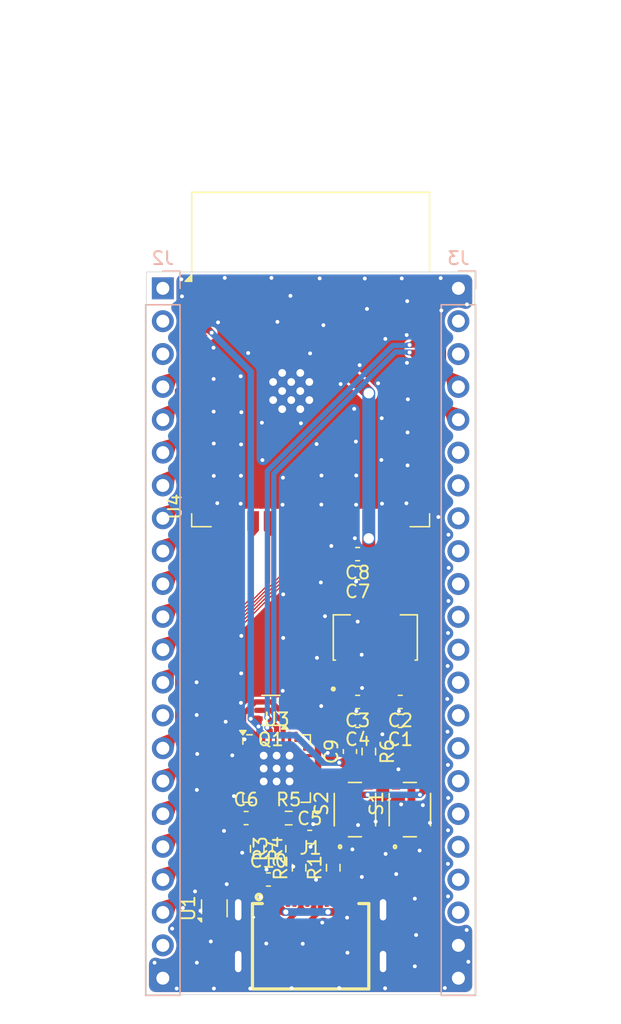
<source format=kicad_pcb>
(kicad_pcb (version 20240108) (generator "pcbnew") (generator_version "8.0")
  (layers (0 "F.Cu" signal) (31 "B.Cu" signal) (34 "B.Paste" user) (35 "F.Paste" user) (36 "B.SilkS" user "B.Silkscreen") (37 "F.SilkS" user "F.Silkscreen") (38 "B.Mask" user) (39 "F.Mask" user) (44 "Edge.Cuts" user))
  (net 0 "")
  (net 1 "VBUS")
  (net 2 "+3V3")
  (net 3 "Net-(U3-VBUS)")
  (net 4 "CHIP_PU")
  (net 5 "Net-(J1-CC1)")
  (net 6 "Net-(J1-D--PadA7)")
  (net 7 "Net-(J1-D+-PadA6)")
  (net 10 "Net-(J1-CC2)")
  (net 11 "SELECT3")
  (net 12 "TOUCH8")
  (net 13 "TOUCH7")
  (net 14 "TOUCH13")
  (net 15 "TOUCH3")
  (net 16 "TOUCH5")
  (net 21 "SELECT1")
  (net 22 "TOUCH12")
  (net 23 "TOUCH4")
  (net 24 "TOUCH11")
  (net 25 "TOUCH6")
  (net 27 "TOUCH14")
  (net 28 "TOUCH10")
  (net 29 "SELECT2")
  (net 30 "GND")
  (net 31 "SELECT4")
  (net 32 "TOUCH9")
  (net 35 "TOUCH2")
  (net 47 "TOUCH1")
  (net 52 "GPIO0")
  (net 53 "RTS")
  (net 54 "DTR")
  (net 55 "Net-(U3-~{RST})")
  (net 60 "USB_DP")
  (net 61 "USB_DN")
  (net 63 "U0RXD")
  (net 78 "U0TXD")
  (footprint "LDL1117S33R:LDL1117S33R" (layer "F.Cu") (at 194.2325 115.88 90)
    (property "Reference" "U2" (hide yes))
    (property "Value" "LDL1117S33R" (hide yes))
  )
  (footprint "SKRPACE010:SKRPACE010" (layer "F.Cu") (at 196.9075 129.205 90)
    (property "Reference" "S1")
    (property "Value" "SKRPACE010")
  )
  (footprint "Capacitor_SMD:C_0603_1608Metric_Pad1.08x0.95mm_HandSolder" (layer "F.Cu") (at 189.1625 131.32)
    (property "Reference" "C5")
    (property "Value" "C")
  )
  (footprint "Capacitor_SMD:C_0603_1608Metric_Pad1.08x0.95mm_HandSolder" (layer "F.Cu") (at 192.865 122.34 180)
    (property "Reference" "C4")
    (property "Value" "C")
  )
  (footprint "SKRPACE010:SKRPACE010" (layer "F.Cu") (at 192.6575 129.205 90)
    (property "Reference" "S2")
    (property "Value" "SKRPACE010")
  )
  (footprint "Capacitor_SMD:C_0603_1608Metric_Pad1.08x0.95mm_HandSolder" (layer "F.Cu") (at 192.865 120.88 180)
    (property "Reference" "C3")
    (property "Value" "C")
  )
  (footprint "Capacitor_SMD:C_0603_1608Metric_Pad1.08x0.95mm_HandSolder" (layer "F.Cu") (at 192.2725 124.7125 90)
    (property "Reference" "C9")
    (property "Value" "C")
  )
  (footprint "QFN-28-1EP_5x5mm_P0.5mm_EP3.35x3.35mm:QFN-28-1EP_5x5mm_P0.5mm_EP3.35x3.35mm" (layer "F.Cu") (at 186.6 126.03)
    (property "Reference" "U3")
    (property "Value" "CP2102N-Axx-xQFN28")
  )
  (footprint "Capacitor_SMD:C_0603_1608Metric_Pad1.08x0.95mm_HandSolder" (layer "F.Cu") (at 196.165 122.34 180)
    (property "Reference" "C1")
    (property "Value" "C")
  )
  (footprint "Resistor_SMD:R_0603_1608Metric_Pad0.98x0.95mm_HandSolder" (layer "F.Cu") (at 188.34 133.6975 90)
    (property "Reference" "R2")
    (property "Value" "R")
  )
  (footprint "MC-314C-4P16:USB-C-SMD_MC-314C-4P16" (layer "F.Cu") (at 189.23 138.56)
    (property "Reference" "J1")
    (property "Value" "MC-314C-4P16")
  )
  (footprint "ESP32-S3-WROOM-1:ESP32-S3-WROOM-1" (layer "F.Cu") (at 189.23 94.38)
    (property "Reference" "U4")
    (property "Value" "ESP32-S3-WROOM-1")
  )
  (footprint "Capacitor_SMD:C_0603_1608Metric_Pad1.08x0.95mm_HandSolder" (layer "F.Cu") (at 184.24 129.86)
    (property "Reference" "C6")
    (property "Value" "C")
  )
  (footprint "Capacitor_SMD:C_0603_1608Metric_Pad1.08x0.95mm_HandSolder" (layer "F.Cu") (at 196.165 120.88 180)
    (property "Reference" "C2")
    (property "Value" "C")
  )
  (footprint "Package_TO_SOT_SMD:SOT-666" (layer "F.Cu") (at 181.7825 136.84 90)
    (property "Reference" "U1")
    (property "Value" "USBLC6-2P6")
  )
  (footprint "Capacitor_SMD:C_0603_1608Metric_Pad1.08x0.95mm_HandSolder" (layer "F.Cu") (at 192.865 109.45 180)
    (property "Reference" "C8")
    (property "Value" "C")
  )
  (footprint "Resistor_SMD:R_0603_1608Metric_Pad0.98x0.95mm_HandSolder" (layer "F.Cu") (at 187.5325 129.86)
    (property "Reference" "R5")
    (property "Value" "R")
  )
  (footprint "Resistor_SMD:R_0603_1608Metric_Pad0.98x0.95mm_HandSolder" (layer "F.Cu") (at 190.98 133.6975 90)
    (property "Reference" "R1")
    (property "Value" "R")
  )
  (footprint "Capacitor_SMD:C_0603_1608Metric_Pad1.08x0.95mm_HandSolder" (layer "F.Cu") (at 185.9675 134.61)
    (property "Reference" "C10")
    (property "Value" "C")
  )
  (footprint "Package_TO_SOT_SMD:SOT-363_SC-70-6" (layer "F.Cu") (at 186.15 121.53 180)
    (property "Reference" "Q1")
    (property "Value" "UMH3N")
  )
  (footprint "Resistor_SMD:R_0603_1608Metric_Pad0.98x0.95mm_HandSolder" (layer "F.Cu") (at 186.79 132.2375 90)
    (property "Reference" "R3")
    (property "Value" "R")
  )
  (footprint "Resistor_SMD:R_0603_1608Metric_Pad0.98x0.95mm_HandSolder" (layer "F.Cu") (at 193.7325 124.7125 -90)
    (property "Reference" "R6")
    (property "Value" "R")
  )
  (footprint "Resistor_SMD:R_0603_1608Metric_Pad0.98x0.95mm_HandSolder" (layer "F.Cu") (at 185.1 132.2375 -90)
    (property "Reference" "R4")
    (property "Value" "R")
  )
  (footprint "Capacitor_SMD:C_0603_1608Metric_Pad1.08x0.95mm_HandSolder" (layer "F.Cu") (at 192.87 110.91 180)
    (property "Reference" "C7")
    (property "Value" "C")
  )
  (footprint "Connector_PinHeader_2.54mm:PinHeader_1x22_P2.54mm_Vertical" (layer "B.Cu") (at 200.66 88.9 180)
    (property "Reference" "J3")
    (property "Value" "Conn_01x22")
  )
  (footprint "Connector_PinHeader_2.54mm:PinHeader_1x22_P2.54mm_Vertical" (layer "B.Cu") (at 177.8 88.9 180)
    (property "Reference" "J2")
    (property "Value" "Conn_01x22")
  )
  (gr_rect (start 176.53 87.63) (end 201.93 143.51) (stroke (width 0.05)) (fill none) (layer "Edge.Cuts"))
  (segment (start 196.5325 120.385) (end 197.0275 120.88) (width 1) (layer "F.Cu") (net 1))
  (segment (start 191.63 136.79) (end 191.63 136.17) (width 0.6) (layer "F.Cu") (net 1))
  (segment (start 186.56 137.12) (end 187.31 137.12) (width 0.4) (layer "F.Cu") (net 1))
  (segment (start 191.63 136.17) (end 191.63 135.55) (width 0.6) (layer "F.Cu") (net 1))
  (segment (start 186.83 136.17) (end 186.83 136.79) (width 0.6) (layer "F.Cu") (net 1))
  (segment (start 186.69 136.79) (end 186.83 136.79) (width 0.4) (layer "F.Cu") (net 1))
  (segment (start 190.57 137.12) (end 191.3 137.12) (width 0.6) (layer "F.Cu") (net 1))
  (segment (start 193.5425 135.22) (end 197.0275 131.735) (width 0.6) (layer "F.Cu") (net 1))
  (segment (start 186.79 133.15) (end 186.79 134.57) (width 1) (layer "F.Cu") (net 1))
  (segment (start 186.46 137.02) (end 186.56 137.12) (width 0.4) (layer "F.Cu") (net 1))
  (segment (start 183.961371 135.55) (end 185.431371 137.02) (width 0.4) (layer "F.Cu") (net 1))
  (segment (start 181.7825 135.915) (end 181.7825 136.261946) (width 0.4) (layer "F.Cu") (net 1))
  (segment (start 182.83 136.31) (end 182.83 136.018629) (width 0.4) (layer "F.Cu") (net 1))
  (segment (start 197.0275 131.735) (end 197.0275 122.34) (width 0.6) (layer "F.Cu") (net 1))
  (segment (start 187.16 137.12) (end 187.31 137.12) (width 0.6) (layer "F.Cu") (net 1))
  (segment (start 183.298629 135.55) (end 183.961371 135.55) (width 0.4) (layer "F.Cu") (net 1))
  (segment (start 186.83 136.17) (end 186.83 134.61) (width 0.6) (layer "F.Cu") (net 1))
  (segment (start 186.46 137.02) (end 186.69 136.79) (width 0.4) (layer "F.Cu") (net 1))
  (segment (start 185.431371 137.02) (end 186.46 137.02) (width 0.4) (layer "F.Cu") (net 1))
  (segment (start 191.96 135.22) (end 193.5425 135.22) (width 0.6) (layer "F.Cu") (net 1))
  (segment (start 191.63 135.55) (end 191.96 135.22) (width 0.6) (layer "F.Cu") (net 1))
  (segment (start 197.0275 120.88) (end 197.0275 122.34) (width 1) (layer "F.Cu") (net 1))
  (segment (start 182.6 136.54) (end 182.83 136.31) (width 0.4) (layer "F.Cu") (net 1))
  (segment (start 181.7825 136.261946) (end 182.060554 136.54) (width 0.4) (layer "F.Cu") (net 1))
  (segment (start 182.83 136.018629) (end 183.298629 135.55) (width 0.4) (layer "F.Cu") (net 1))
  (segment (start 196.5325 118.91) (end 196.5325 120.385) (width 1) (layer "F.Cu") (net 1))
  (segment (start 191.3 137.12) (end 191.63 136.79) (width 0.6) (layer "F.Cu") (net 1))
  (segment (start 186.79 134.57) (end 186.83 134.61) (width 1) (layer "F.Cu") (net 1))
  (segment (start 186.83 136.79) (end 187.16 137.12) (width 0.6) (layer "F.Cu") (net 1))
  (segment (start 182.060554 136.54) (end 182.6 136.54) (width 0.4) (layer "F.Cu") (net 1))
  (via (at 190.57 137.12) (size 0.55) (drill 0.4) (layers "F.Cu" "B.Cu") (net 1))
  (via (at 187.31 137.12) (size 0.55) (drill 0.4) (layers "F.Cu" "B.Cu") (net 1))
  (segment (start 187.31 137.12) (end 190.57 137.12) (width 0.6) (layer "B.Cu") (net 1))
  (segment (start 189.045 129.26) (end 188.445 129.86) (width 1) (layer "F.Cu") (net 2))
  (segment (start 194.2325 112.88) (end 194.2325 118.91) (width 1) (layer "F.Cu") (net 2))
  (segment (start 193.7275 120.88) (end 193.7275 122.34) (width 1) (layer "F.Cu") (net 2))
  (segment (start 184.215 129.393278) (end 184.215 131.694222) (width 0.4) (layer "F.Cu") (net 2))
  (segment (start 194.8075 124.875) (end 194.8075 128.097082) (width 1) (layer "F.Cu") (net 2))
  (segment (start 193.7275 122.34) (end 193.7275 123.795) (width 1) (layer "F.Cu") (net 2))
  (segment (start 193.7275 123.795) (end 193.7325 123.8) (width 1) (layer "F.Cu") (net 2))
  (segment (start 193.644582 129.26) (end 192.76 129.26) (width 1) (layer "F.Cu") (net 2))
  (segment (start 194.2325 112.88) (end 194.2325 111.41) (width 1) (layer "F.Cu") (net 2))
  (segment (start 184.15 127.03) (end 184.15 127.53) (width 0.4) (layer "F.Cu") (net 2))
  (segment (start 187.489611 132.130389) (end 188.3 131.32) (width 0.4) (layer "F.Cu") (net 2))
  (segment (start 193.7275 120.726514) (end 193.7275 120.88) (width 1) (layer "F.Cu") (net 2))
  (segment (start 193.7275 108.23) (end 193.7275 109.45) (width 1) (layer "F.Cu") (net 2))
  (segment (start 187.1075 90.39) (end 180.48 90.39) (width 1) (layer "F.Cu") (net 2))
  (segment (start 184.15 129.328278) (end 184.215 129.393278) (width 0.4) (layer "F.Cu") (net 2))
  (segment (start 194.2325 111.41) (end 193.7325 110.91) (width 1) (layer "F.Cu") (net 2))
  (segment (start 194.2325 120.221514) (end 193.7275 120.726514) (width 1) (layer "F.Cu") (net 2))
  (segment (start 184.651167 132.130389) (end 187.489611 132.130389) (width 0.4) (layer "F.Cu") (net 2))
  (segment (start 193.7325 110.91) (end 193.7325 109.455) (width 1) (layer "F.Cu") (net 2))
  (segment (start 194.2325 118.91) (end 194.2325 120.221514) (width 1) (layer "F.Cu") (net 2))
  (segment (start 184.15 127.53) (end 184.15 129.328278) (width 0.4) (layer "F.Cu") (net 2))
  (segment (start 193.7275 97.01) (end 187.1075 90.39) (width 1) (layer "F.Cu") (net 2))
  (segment (start 193.7325 123.8) (end 194.8075 124.875) (width 1) (layer "F.Cu") (net 2))
  (segment (start 194.8075 128.097082) (end 193.644582 129.26) (width 1) (layer "F.Cu") (net 2))
  (segment (start 192.76 129.26) (end 189.045 129.26) (width 1) (layer "F.Cu") (net 2))
  (segment (start 184.215 131.694222) (end 184.651167 132.130389) (width 0.4) (layer "F.Cu") (net 2))
  (segment (start 188.3 130.005) (end 188.445 129.86) (width 1) (layer "F.Cu") (net 2))
  (segment (start 188.3 131.32) (end 188.3 130.005) (width 1) (layer "F.Cu") (net 2))
  (segment (start 193.7325 109.455) (end 193.7275 109.45) (width 1) (layer "F.Cu") (net 2))
  (via (at 193.7275 108.23) (size 0.95) (drill 0.8) (layers "F.Cu" "B.Cu") (net 2))
  (via (at 193.7275 97.01) (size 0.95) (drill 0.8) (layers "F.Cu" "B.Cu") (net 2))
  (segment (start 193.7275 97.01) (end 193.7275 108.23) (width 1) (layer "B.Cu") (net 2))
  (segment (start 185.1025 131.3225) (end 185.1 131.325) (width 0.3) (layer "F.Cu") (net 3))
  (segment (start 185.1025 129.86) (end 185.1025 131.3225) (width 0.3) (layer "F.Cu") (net 3))
  (segment (start 186.79 131.325) (end 185.1 131.325) (width 0.3) (layer "F.Cu") (net 3))
  (segment (start 185.1 129.8575) (end 185.1025 129.86) (width 0.3) (layer "F.Cu") (net 3))
  (segment (start 185.1 128.48) (end 185.1 129.8575) (width 0.3) (layer "F.Cu") (net 3))
  (segment (start 184.602182 122.18) (end 185.2 122.18) (width 0.5) (layer "F.Cu") (net 4))
  (segment (start 193.7325 127.13) (end 193.7325 125.625) (width 0.9) (layer "F.Cu") (net 4))
  (segment (start 192.3225 125.625) (end 192.2725 125.575) (width 0.9) (layer "F.Cu") (net 4))
  (segment (start 180.91 91.66) (end 180.48 91.66) (width 0.5) (layer "F.Cu") (net 4))
  (segment (start 191.4425 125.575) (end 192.2725 125.575) (width 0.5) (layer "F.Cu") (net 4))
  (segment (start 185.2 122.777818) (end 185.2 122.18) (width 0.5) (layer "F.Cu") (net 4))
  (segment (start 181.58 92.33) (end 180.91 91.66) (width 0.5) (layer "F.Cu") (net 4))
  (segment (start 193.7325 125.625) (end 192.3225 125.625) (width 0.9) (layer "F.Cu") (net 4))
  (via (at 191.4425 125.575) (size 0.45) (drill 0.3) (layers "F.Cu" "B.Cu") (net 4))
  (via (at 184.602182 122.18) (size 0.45) (drill 0.3) (layers "F.Cu" "B.Cu") (net 4))
  (via (at 181.58 92.33) (size 0.45) (drill 0.3) (layers "F.Cu" "B.Cu") (net 4))
  (via (at 185.2 122.777818) (size 0.45) (drill 0.3) (layers "F.Cu" "B.Cu") (net 4))
  (segment (start 185.28 122.857818) (end 185.28 123.108529) (width 0.5) (layer "B.Cu") (net 4))
  (segment (start 185.2 122.777818) (end 184.602182 122.18) (width 0.5) (layer "B.Cu") (net 4))
  (segment (start 190.175 125.575) (end 191.4425 125.575) (width 0.5) (layer "B.Cu") (net 4))
  (segment (start 181.58 92.33) (end 184.602182 95.352182) (width 0.5) (layer "B.Cu") (net 4))
  (segment (start 185.28 123.108529) (end 185.631471 123.46) (width 0.5) (layer "B.Cu") (net 4))
  (segment (start 185.631471 123.46) (end 188.06 123.46) (width 0.5) (layer "B.Cu") (net 4))
  (segment (start 188.06 123.46) (end 190.175 125.575) (width 0.5) (layer "B.Cu") (net 4))
  (segment (start 185.2 122.777818) (end 185.28 122.857818) (width 0.5) (layer "B.Cu") (net 4))
  (segment (start 184.602182 95.352182) (end 184.602182 122.18) (width 0.5) (layer "B.Cu") (net 4))
  (segment (start 187.98 136.17) (end 187.98 134.97) (width 0.4) (layer "F.Cu") (net 5))
  (segment (start 187.98 134.97) (end 188.34 134.61) (width 0.4) (layer "F.Cu") (net 5))
  (segment (start 188.7 137.02) (end 188.26 137.02) (width 0.4) (layer "F.Cu") (net 6))
  (segment (start 189.48 136.8) (end 189.26 137.02) (width 0.4) (layer "F.Cu") (net 6))
  (segment (start 182.98 138.35) (end 182.32 137.69) (width 0.4) (layer "F.Cu") (net 6))
  (segment (start 188.48 136.17) (end 188.48 136.8) (width 0.4) (layer "F.Cu") (net 6))
  (segment (start 189.48 136.17) (end 189.48 136.8) (width 0.4) (layer "F.Cu") (net 6))
  (segment (start 188.7 137.02) (end 188.48 136.8) (width 0.4) (layer "F.Cu") (net 6))
  (segment (start 189.26 137.02) (end 188.7 137.02) (width 0.4) (layer "F.Cu") (net 6))
  (segment (start 186.93 138.35) (end 182.98 138.35) (width 0.4) (layer "F.Cu") (net 6))
  (segment (start 188.48 136.8) (end 186.93 138.35) (width 0.4) (layer "F.Cu") (net 6))
  (segment (start 189.76 135.32) (end 189.98 135.54) (width 0.4) (layer "F.Cu") (net 7))
  (segment (start 181.245 138.08491) (end 181.245 137.69) (width 0.4) (layer "F.Cu") (net 7))
  (segment (start 188.137106 138.85) (end 182.01009 138.85) (width 0.4) (layer "F.Cu") (net 7))
  (segment (start 189.98 136.17) (end 189.98 137.007106) (width 0.4) (layer "F.Cu") (net 7))
  (segment (start 189.2 135.32) (end 189.76 135.32) (width 0.4) (layer "F.Cu") (net 7))
  (segment (start 189.98 137.007106) (end 188.137106 138.85) (width 0.4) (layer "F.Cu") (net 7))
  (segment (start 188.98 135.54) (end 189.2 135.32) (width 0.4) (layer "F.Cu") (net 7))
  (segment (start 188.98 136.17) (end 188.98 135.54) (width 0.4) (layer "F.Cu") (net 7))
  (segment (start 182.01009 138.85) (end 181.245 138.08491) (width 0.4) (layer "F.Cu") (net 7))
  (segment (start 189.98 135.54) (end 189.98 136.17) (width 0.4) (layer "F.Cu") (net 7))
  (segment (start 190.98 136.17) (end 190.98 134.61) (width 0.4) (layer "F.Cu") (net 10))
  (segment (start 179.58 102.082743) (end 179.38 102.282743) (width 0.1) (layer "F.Cu") (net 11))
  (segment (start 179.58 101.3) (end 179.58 102.082743) (width 0.1) (layer "F.Cu") (net 11))
  (segment (start 180.48 100.55) (end 180.33 100.55) (width 0.1) (layer "F.Cu") (net 11))
  (segment (start 180.33 100.55) (end 179.58 101.3) (width 0.1) (layer "F.Cu") (net 11))
  (segment (start 179.38 110.18) (end 177.8 111.76) (width 0.1) (layer "F.Cu") (net 11))
  (segment (start 179.38 102.282743) (end 179.38 110.18) (width 0.1) (layer "F.Cu") (net 11))
  (segment (start 181.38 113.26) (end 177.8 116.84) (width 0.1) (layer "F.Cu") (net 12))
  (segment (start 181.38 103.84) (end 181.38 113.26) (width 0.1) (layer "F.Cu") (net 12))
  (segment (start 180.63 103.09) (end 181.38 103.84) (width 0.1) (layer "F.Cu") (net 12))
  (segment (start 180.48 103.09) (end 180.63 103.09) (width 0.1) (layer "F.Cu") (net 12))
  (segment (start 178.98 101.051471) (end 178.98 101.834216) (width 0.1) (layer "F.Cu") (net 13))
  (segment (start 179.18 97.89) (end 179.18 100.851471) (width 0.1) (layer "F.Cu") (net 13))
  (segment (start 179.18 100.851471) (end 178.98 101.051471) (width 0.1) (layer "F.Cu") (net 13))
  (segment (start 180.48 96.74) (end 180.33 96.74) (width 0.1) (layer "F.Cu") (net 13))
  (segment (start 180.33 96.74) (end 179.18 97.89) (width 0.1) (layer "F.Cu") (net 13))
  (segment (start 178.98 101.834216) (end 178.78 102.034216) (width 0.1) (layer "F.Cu") (net 13))
  (segment (start 178.78 103.16) (end 177.8 104.14) (width 0.1) (layer "F.Cu") (net 13))
  (segment (start 178.78 102.034216) (end 178.78 103.16) (width 0.1) (layer "F.Cu") (net 13))
  (segment (start 179.6 132.82) (end 177.8 134.62) (width 0.1) (layer "F.Cu") (net 14))
  (segment (start 189.865 108.729211) (end 179.6 118.994211) (width 0.1) (layer "F.Cu") (net 14))
  (segment (start 179.6 118.994211) (end 179.6 132.82) (width 0.1) (layer "F.Cu") (net 14))
  (segment (start 189.865 106.88) (end 189.865 108.729211) (width 0.1) (layer "F.Cu") (net 14))
  (segment (start 182.245 106.88) (end 182.245 114.935) (width 0.1) (layer "F.Cu") (net 15))
  (segment (start 182.245 114.935) (end 177.8 119.38) (width 0.1) (layer "F.Cu") (net 15))
  (segment (start 178.78 98.08) (end 177.8 99.06) (width 0.1) (layer "F.Cu") (net 16))
  (segment (start 179.58 95.937157) (end 178.78 96.737157) (width 0.1) (layer "F.Cu") (net 16))
  (segment (start 178.78 96.737157) (end 178.78 98.08) (width 0.1) (layer "F.Cu") (net 16))
  (segment (start 180.48 94.2) (end 180.33 94.2) (width 0.1) (layer "F.Cu") (net 16))
  (segment (start 180.33 94.2) (end 179.58 94.95) (width 0.1) (layer "F.Cu") (net 16))
  (segment (start 179.58 94.95) (end 179.58 95.937157) (width 0.1) (layer "F.Cu") (net 16))
  (segment (start 179.18 101.134314) (end 179.18 101.917058) (width 0.1) (layer "F.Cu") (net 21))
  (segment (start 178.98 105.5) (end 177.8 106.68) (width 0.1) (layer "F.Cu") (net 21))
  (segment (start 179.38 100.934314) (end 179.18 101.134314) (width 0.1) (layer "F.Cu") (net 21))
  (segment (start 179.38 98.96) (end 179.38 100.934314) (width 0.1) (layer "F.Cu") (net 21))
  (segment (start 179.18 101.917058) (end 178.98 102.117058) (width 0.1) (layer "F.Cu") (net 21))
  (segment (start 180.48 98.01) (end 180.33 98.01) (width 0.1) (layer "F.Cu") (net 21))
  (segment (start 178.98 102.117058) (end 178.98 105.5) (width 0.1) (layer "F.Cu") (net 21))
  (segment (start 180.33 98.01) (end 179.38 98.96) (width 0.1) (layer "F.Cu") (net 21))
  (segment (start 179.4 130.48) (end 177.8 132.08) (width 0.1) (layer "F.Cu") (net 22))
  (segment (start 179.4 118.911369) (end 179.4 130.48) (width 0.1) (layer "F.Cu") (net 22))
  (segment (start 188.595 106.88) (end 188.595 109.716369) (width 0.1) (layer "F.Cu") (net 22))
  (segment (start 188.595 109.716369) (end 179.4 118.911369) (width 0.1) (layer "F.Cu") (net 22))
  (segment (start 179.38 93.8) (end 179.38 94.94) (width 0.1) (layer "F.Cu") (net 23))
  (segment (start 180.25 92.93) (end 179.38 93.8) (width 0.1) (layer "F.Cu") (net 23))
  (segment (start 179.38 94.94) (end 177.8 96.52) (width 0.1) (layer "F.Cu") (net 23))
  (segment (start 180.48 92.93) (end 180.25 92.93) (width 0.1) (layer "F.Cu") (net 23))
  (segment (start 179.2 118.828527) (end 179.2 128.14) (width 0.1) (layer "F.Cu") (net 24))
  (segment (start 187.325 106.88) (end 187.325 110.703527) (width 0.1) (layer "F.Cu") (net 24))
  (segment (start 179.2 128.14) (end 177.8 129.54) (width 0.1) (layer "F.Cu") (net 24))
  (segment (start 187.325 110.703527) (end 179.2 118.828527) (width 0.1) (layer "F.Cu") (net 24))
  (segment (start 180.48 95.47) (end 180.33 95.47) (width 0.1) (layer "F.Cu") (net 25))
  (segment (start 180.33 95.47) (end 178.98 96.82) (width 0.1) (layer "F.Cu") (net 25))
  (segment (start 178.98 96.82) (end 178.98 100.42) (width 0.1) (layer "F.Cu") (net 25))
  (segment (start 178.98 100.42) (end 177.8 101.6) (width 0.1) (layer "F.Cu") (net 25))
  (segment (start 191.135 107.742053) (end 179.8 119.077053) (width 0.1) (layer "F.Cu") (net 27))
  (segment (start 179.8 135.16) (end 177.8 137.16) (width 0.1) (layer "F.Cu") (net 27))
  (segment (start 179.8 119.077053) (end 179.8 135.16) (width 0.1) (layer "F.Cu") (net 27))
  (segment (start 191.135 106.88) (end 191.135 107.742053) (width 0.1) (layer "F.Cu") (net 27))
  (segment (start 179 118.745685) (end 179 125.8) (width 0.1) (layer "F.Cu") (net 28))
  (segment (start 186.055 106.88) (end 186.055 111.690685) (width 0.1) (layer "F.Cu") (net 28))
  (segment (start 179 125.8) (end 177.8 127) (width 0.1) (layer "F.Cu") (net 28))
  (segment (start 186.055 111.690685) (end 179 118.745685) (width 0.1) (layer "F.Cu") (net 28))
  (segment (start 179.18 107.84) (end 177.8 109.22) (width 0.1) (layer "F.Cu") (net 29))
  (segment (start 180.48 99.28) (end 180.33 99.28) (width 0.1) (layer "F.Cu") (net 29))
  (segment (start 179.38 101.217157) (end 179.38 101.9999) (width 0.1) (layer "F.Cu") (net 29))
  (segment (start 180.33 99.28) (end 179.58 100.03) (width 0.1) (layer "F.Cu") (net 29))
  (segment (start 179.58 101.017157) (end 179.38 101.217157) (width 0.1) (layer "F.Cu") (net 29))
  (segment (start 179.58 100.03) (end 179.58 101.017157) (width 0.1) (layer "F.Cu") (net 29))
  (segment (start 179.18 102.1999) (end 179.18 107.84) (width 0.1) (layer "F.Cu") (net 29))
  (segment (start 179.38 101.9999) (end 179.18 102.1999) (width 0.1) (layer "F.Cu") (net 29))
  (segment (start 186.1 125.53) (end 186.6 126.03) (width 0.4) (layer "F.Cu") (net 30))
  (segment (start 183.3214 125.53) (end 184.15 125.53) (width 0.4) (layer "F.Cu") (net 30))
  (segment (start 180.745 128.1064) (end 183.3214 125.53) (width 0.4) (layer "F.Cu") (net 30))
  (segment (start 181.404446 137.04) (end 180.745 136.380554) (width 0.4) (layer "F.Cu") (net 30))
  (segment (start 181.7825 137.418054) (end 182.160554 137.04) (width 0.4) (layer "F.Cu") (net 30))
  (segment (start 182.160554 137.04) (end 183.54 137.04) (width 0.4) (layer "F.Cu") (net 30))
  (segment (start 184.15 125.53) (end 186.1 125.53) (width 0.4) (layer "F.Cu") (net 30))
  (segment (start 181.7825 137.765) (end 181.7825 137.418054) (width 0.4) (layer "F.Cu") (net 30))
  (segment (start 180.745 136.380554) (end 180.745 128.1064) (width 0.4) (layer "F.Cu") (net 30))
  (segment (start 181.404446 137.04) (end 181.7825 137.418054) (width 0.4) (layer "F.Cu") (net 30))
  (segment (start 182.160554 137.04) (end 181.404446 137.04) (width 0.4) (layer "F.Cu") (net 30))
  (segment (start 183.54 137.04) (end 183.63 136.95) (width 0.4) (layer "F.Cu") (net 30))
  (via (at 188.48 99.33) (size 0.45) (drill 0.3) (layers "F.Cu" "B.Cu") (net 30))
  (via (at 190.34 114.25) (size 0.45) (drill 0.3) (layers "F.Cu" "B.Cu") (net 30))
  (via (at 184.56 143.04) (size 0.45) (drill 0.3) (layers "F.Cu" "B.Cu") (net 30))
  (via (at 192.75 105.63) (size 0.45) (drill 0.3) (layers "F.Cu" "B.Cu") (net 30))
  (via (at 183.3 128.16) (size 0.45) (drill 0.3) (layers "F.Cu" "B.Cu") (net 30))
  (via (at 196.28 88.13) (size 0.45) (drill 0.3) (layers "F.Cu" "B.Cu") (net 30))
  (via (at 196.73 100.04) (size 0.45) (drill 0.3) (layers "F.Cu" "B.Cu") (net 30))
  (via (at 196.66 92.51) (size 0.45) (drill 0.3) (layers "F.Cu" "B.Cu") (net 30))
  (via (at 181.75 143.04) (size 0.45) (drill 0.3) (layers "F.Cu" "B.Cu") (net 30))
  (via (at 192.08 140.27) (size 0.45) (drill 0.3) (layers "F.Cu" "B.Cu") (net 30))
  (via (at 190.02 111.64) (size 0.45) (drill 0.3) (layers "F.Cu" "B.Cu") (net 30))
  (via (at 192.05 137.56) (size 0.45) (drill 0.3) (layers "F.Cu" "B.Cu") (net 30))
  (via (at 184.4 93.9) (size 0.45) (drill 0.3) (layers "F.Cu" "B.Cu") (net 30))
  (via (at 182.07 91.53) (size 0.45) (drill 0.3) (layers "F.Cu" "B.Cu") (net 30))
  (via (at 187.06 105.63) (size 0.45) (drill 0.3) (layers "F.Cu" "B.Cu") (net 30))
  (via (at 185.8 139.56) (size 0.45) (drill 0.3) (layers "F.Cu" "B.Cu") (net 30))
  (via (at 196.73 102.59) (size 0.45) (drill 0.3) (layers "F.Cu" "B.Cu") (net 30))
  (via (at 182.66 122.41) (size 0.45) (drill 0.3) (layers "F.Cu" "B.Cu") (net 30))
  (via (at 187.67 89.48) (size 0.45) (drill 0.3) (layers "F.Cu" "B.Cu") (net 30))
  (via (at 199.34 90.61) (size 0.45) (drill 0.3) (layers "F.Cu" "B.Cu") (net 30))
  (via (at 183.94 132.54) (size 0.45) (drill 0.3) (layers "F.Cu" "B.Cu") (net 30))
  (via (at 199.91 110.51) (size 0.45) (drill 0.3) (layers "F.Cu" "B.Cu") (net 30))
  (via (at 180.29 135.53) (size 0.45) (drill 0.3) (layers "F.Cu" "B.Cu") (net 30))
  (via (at 186.66 91.49) (size 0.45) (drill 0.3) (layers "F.Cu" "B.Cu") (net 30))
  (via (at 197.39 138.9) (size 0.45) (drill 0.3) (layers "F.Cu" "B.Cu") (net 30))
  (via (at 180.46 124.9) (size 0.45) (drill 0.3) (layers "F.Cu" "B.Cu") (net 30))
  (via (at 192.87 114.67) (size 0.45) (drill 0.3) (layers "F.Cu" "B.Cu") (net 30))
  (via (at 191.44 143) (size 0.45) (drill 0.3) (layers "F.Cu" "B.Cu") (net 30))
  (via (at 195.03 132.63) (size 0.45) (drill 0.3) (layers "F.Cu" "B.Cu") (net 30))
  (via (at 179.28 89.52) (size 0.45) (drill 0.3) (layers "F.Cu" "B.Cu") (net 30))
  (via (at 193.42 88.14) (size 0.45) (drill 0.3) (layers "F.Cu" "B.Cu") (net 30))
  (via (at 192.77 121.59) (size 0.45) (drill 0.3) (layers "F.Cu" "B.Cu") (net 30))
  (via (at 194.7 102.17) (size 0.45) (drill 0.3) (layers "F.Cu" "B.Cu") (net 30))
  (via (at 184.12 123.77) (size 0.45) (drill 0.3) (layers "F.Cu" "B.Cu") (net 30))
  (via (at 201.43 140.97) (size 0.45) (drill 0.3) (layers "F.Cu" "B.Cu") (net 30))
  (via (at 181.72 93.49) (size 0.45) (drill 0.3) (layers "F.Cu" "B.Cu") (net 30))
  (via (at 192.9 130.4) (size 0.45) (drill 0.3) (layers "F.Cu" "B.Cu") (net 30))
  (via (at 189.93 88.13) (size 0.45) (drill 0.3) (layers "F.Cu" "B.Cu") (net 30))
  (via (at 199.8 120.65) (size 0.45) (drill 0.3) (layers "F.Cu" "B.Cu") (net 30))
  (via (at 187.07 120.02) (size 0.45) (drill 0.3) (layers "F.Cu" "B.Cu") (net 30))
  (via (at 183.84 103.39) (size 0.45) (drill 0.3) (layers "F.Cu" "B.Cu") (net 30))
  (via (at 195.01 92.81) (size 0.45) (drill 0.3) (layers "F.Cu" "B.Cu") (net 30))
  (via (at 182.53 130.85) (size 0.45) (drill 0.3) (layers "F.Cu" "B.Cu") (net 30))
  (via (at 189.72 117.47) (size 0.45) (drill 0.3) (layers "F.Cu" "B.Cu") (net 30))
  (via (at 201.3 138.51) (size 0.45) (drill 0.3) (layers "F.Cu" "B.Cu") (net 30))
  (via (at 192.76 103.37) (size 0.45) (drill 0.3) (layers "F.Cu" "B.Cu") (net 30))
  (via (at 182.01 105.51) (size 0.45) (drill 0.3) (layers "F.Cu" "B.Cu") (net 30))
  (via (at 196.75 97.48) (size 0.45) (drill 0.3) (layers "F.Cu" "B.Cu") (net 30))
  (via (at 190.13 137.94) (size 0.45) (drill 0.3) (layers "F.Cu" "B.Cu") (net 30))
  (via (at 194.75 105.55) (size 0.45) (drill 0.3) (layers "F.Cu" "B.Cu") (net 30))
  (via (at 183.82 95.7) (size 0.45) (drill 0.3) (layers "F.Cu" "B.Cu") (net 30))
  (via (at 196.64 105.52) (size 0.45) (drill 0.3) (layers "F.Cu" "B.Cu") (net 30))
  (via (at 179.35 136.81) (size 0.45) (drill 0.3) (layers "F.Cu" "B.Cu") (net 30))
  (via (at 185.46 99.29) (size 0.45) (drill 0.3) (layers "F.Cu" "B.Cu") (net 30))
  (via (at 193.18 117.23) (size 0.45) (drill 0.3) (layers "F.Cu" "B.Cu") (net 30))
  (via (at 199.11 106.58) (size 0.45) (drill 0.3) (layers "F.Cu" "B.Cu") (net 30))
  (via (at 183.87 98.48) (size 0.45) (drill 0.3) (layers "F.Cu" "B.Cu") (net 30))
  (via (at 182.59 88.09) (size 0.45) (drill 0.3) (layers "F.Cu" "B.Cu") (net 30))
  (via (at 179.23 88.2) (size 0.45) (drill 0.3) (layers "F.Cu" "B.Cu") (net 30))
  (via (at 186.2 88.09) (size 0.45) (drill 0.3) (layers "F.Cu" "B.Cu") (net 30))
  (via (at 199.82 123.18) (size 0.45) (drill 0.3) (layers "F.Cu" "B.Cu") (net 30))
  (via (at 190.55 124.82) (size 0.45) (drill 0.3) (layers "F.Cu" "B.Cu") (net 30))
  (via (at 187.11 115.93) (size 0.45) (drill 0.3) (layers "F.Cu" "B.Cu") (net 30))
  (via (at 195.85 134.19) (size 0.45) (drill 0.3) (layers "F.Cu" "B.Cu") (net 30))
  (via (at 180.42 121.89) (size 0.45) (drill 0.3) (layers "F.Cu" "B.Cu") (net 30))
  (via (at 197.29 141.32) (size 0.45) (drill 0.3) (layers "F.Cu" "B.Cu") (net 30))
  (via (at 198.46 130.23) (size 0.45) (drill 0.3) (layers "F.Cu" "B.Cu") (net 30))
  (via (at 196.06 121.59) (size 0.45) (drill 0.3) (layers "F.Cu" "B.Cu") (net 30))
  (via (at 196.7 89.89) (size 0.45) (drill 0.3) (layers "F.Cu" "B.Cu") (net 30))
  (via (at 199.29 88.11) (size 0.45) (drill 0.3) (layers "F.Cu" "B.Cu") (net 30))
  (via (at 187.76 143.01) (size 0.45) (drill 0.3) (layers "F.Cu" "B.Cu") (net 30))
  (via (at 197.29 136.09) (size 0.45) (drill 0.3) (layers "F.Cu" "B.Cu") (net 30))
  (via (at 181.51 139.4) (size 0.45) (drill 0.3) (layers "F.Cu" "B.Cu") (net 30))
  (via (at 189.69 100.94) (size 0.45) (drill 0.3) (layers "F.Cu" "B.Cu") (net 30))
  (via (at 192.46 132.28) (size 0.45) (drill 0.3) (layers "F.Cu" "B.Cu") (net 30))
  (via (at 183.87 115.77) (size 0.45) (drill 0.3) (layers "F.Cu" "B.Cu") (net 30))
  (via (at 189.43 130.33) (size 0.45) (drill 0.3) (layers "F.Cu" "B.Cu") (net 30))
  (via (at 199.87 128.3) (size 0.45) (drill 0.3) (layers "F.Cu" "B.Cu") (net 30))
  (via (at 190.06 105.62) (size 0.45) (drill 0.3) (layers "F.Cu" "B.Cu") (net 30))
  (via (at 190.07 103.37) (size 0.45) (drill 0.3) (layers "F.Cu" "B.Cu") (net 30))
  (via (at 199.89 107.95) (size 0.45) (drill 0.3) (layers "F.Cu" "B.Cu") (net 30))
  (via (at 192.75 111.57) (size 0.45) (drill 0.3) (layers "F.Cu" "B.Cu") (net 30))
  (via (at 196.68 94.66) (size 0.45) (drill 0.3) (layers "F.Cu" "B.Cu") (net 30))
  (via (at 181.73 95.91) (size 0.45) (drill 0.3) (layers "F.Cu" "B.Cu") (net 30))
  (via (at 183.86 118.67) (size 0.45) (drill 0.3) (layers "F.Cu" "B.Cu") (net 30))
  (via (at 196.23 128.8) (size 0.45) (drill 0.3) (layers "F.Cu" "B.Cu") (net 30))
  (via (at 199.61 143) (size 0.45) (drill 0.3) (layers "F.Cu" "B.Cu") (net 30))
  (via (at 197.66 132.37) (size 0.45) (drill 0.3) (layers "F.Cu" "B.Cu") (net 30))
  (via (at 185.5 102.18) (size 0.45) (drill 0.3) (layers "F.Cu" "B.Cu") (net 30))
  (via (at 181.74 100.9) (size 0.45) (drill 0.3) (layers "F.Cu" "B.Cu") (net 30))
  (via (at 183.85 100.97) (size 0.45) (drill 0.3) (layers "F.Cu" "B.Cu") (net 30))
  (via (at 187.89 133.61) (size 0.45) (drill 0.3) (layers "F.Cu" "B.Cu") (net 30))
  (via (at 190.83 108.82) (size 0.45) (drill 0.3) (layers "F.Cu" "B.Cu") (net 30))
  (via (at 178.87 143.04) (size 0.45) (drill 0.3) (layers "F.Cu" "B.Cu") (net 30))
  (via (at 181.74 103.4) (size 0.45) (drill 0.3) (layers "F.Cu" "B.Cu") (net 30))
  (via (at 194.26 130.13) (size 0.45) (drill 0.3) (layers "F.Cu" "B.Cu") (net 30))
  (via (at 190.05 121.2) (size 0.45) (drill 0.3) (layers "F.Cu" "B.Cu") (net 30))
  (via (at 199.86 135.91) (size 0.45) (drill 0.3) (layers "F.Cu" "B.Cu") (net 30))
  (via (at 177.16 141.04) (size 0.45) (drill 0.3) (layers "F.Cu" "B.Cu") (net 30))
  (via (at 187.11 112.56) (size 0.45) (drill 0.3) (layers "F.Cu" "B.Cu") (net 30))
  (via (at 194.73 98.94) (size 0.45) (drill 0.3) (layers "F.Cu" "B.Cu") (net 30))
  (via (at 199.86 130.8) (size 0.45) (drill 0.3) (layers "F.Cu" "B.Cu") (net 30))
  (via (at 185.82 133.84) (size 0.45) (drill 0.3) (layers "F.Cu" "B.Cu") (net 30))
  (via (at 199.85 125.75) (size 0.45) (drill 0.3) (layers "F.Cu" "B.Cu") (net 30))
  (via (at 193.02 94.84) (size 0.45) (drill 0.3) (layers "F.Cu" "B.Cu") (net 30))
  (via (at 178.52 138.41) (size 0.45) (drill 0.3) (layers "F.Cu" "B.Cu") (net 30))
  (via (at 180.43 127.68) (size 0.45) (drill 0.3) (layers "F.Cu" "B.Cu") (net 30))
  (via (at 194.45 96.24) (size 0.45) (drill 0.3) (layers "F.Cu" "B.Cu") (net 30))
  (via (at 193.21 119.8) (size 0.45) (drill 0.3) (layers "F.Cu" "B.Cu") (net 30))
  (via (at 180.41 119.36) (size 0.45) (drill 0.3) (layers "F.Cu" "B.Cu") (net 30))
  (via (at 192.73 100.75) (size 0.45) (drill 0.3) (layers "F.Cu" "B.Cu") (net 30))
  (via (at 190.22 91.75) (size 0.45) (drill 0.3) (layers "F.Cu" "B.Cu") (net 30))
  (via (at 193.59 90.49) (size 0.45) (drill 0.3) (layers "F.Cu" "B.Cu") (net 30))
  (via (at 185.35 135.96) (size 0.45) (drill 0.3) (layers "F.Cu" "B.Cu") (net 30))
  (via (at 180.43 141.04) (size 0.45) (drill 0.3) (layers "F.Cu" "B.Cu") (net 30))
  (via (at 181.73 98.43) (size 0.45) (drill 0.3) (layers "F.Cu" "B.Cu") (net 30))
  (via (at 194.78 123.38) (size 0.45) (drill 0.3) (layers "F.Cu" "B.Cu") (net 30))
  (via (at 184.84 137.53) (size 0.35) (drill 0.2) (layers "F.Cu" "B.Cu") (net 30))
  (via (at 183.17 125.01) (size 0.45) (drill 0.3) (layers "F.Cu" "B.Cu") (net 30))
  (via (at 199.86 115.55) (size 0.45) (drill 0.3) (layers "F.Cu" "B.Cu") (net 30))
  (via (at 199.89 113.07) (size 0.45) (drill 0.3) (layers "F.Cu" "B.Cu") (net 30))
  (via (at 180.71 137.03) (size 0.45) (drill 0.3) (layers "F.Cu" "B.Cu") (net 30))
  (via (at 193.19 134.41) (size 0.45) (drill 0.3) (layers "F.Cu" "B.Cu") (net 30))
  (via (at 189.22 132.08) (size 0.45) (drill 0.3) (layers "F.Cu" "B.Cu") (net 30))
  (via (at 194.99 143.02) (size 0.45) (drill 0.3) (layers "F.Cu" "B.Cu") (net 30))
  (via (at 183.82 105.55) (size 0.45) (drill 0.3) (layers "F.Cu" "B.Cu") (net 30))
  (via (at 196.02 126.09) (size 0.45) (drill 0.3) (layers "F.Cu" "B.Cu") (net 30))
  (via (at 183.84 120.95) (size 0.45) (drill 0.3) (layers "F.Cu" "B.Cu") (net 30))
  (via (at 189.19 93.93) (size 0.45) (drill 0.3) (layers "F.Cu" "B.Cu") (net 30))
  (via (at 201.32 90.14) (size 0.45) (drill 0.3) (layers "F.Cu" "B.Cu") (net 30))
  (via (at 189.65 134.63) (size 0.45) (drill 0.3) (layers "F.Cu" "B.Cu") (net 30))
  (via (at 191.55 96.3) (size 0.45) (drill 0.3) (layers "F.Cu" "B.Cu") (net 30))
  (via (at 182.74 134.97) (size 0.45) (drill 0.3) (layers "F.Cu" "B.Cu") (net 30))
  (via (at 187.09 103.54) (size 0.45) (drill 0.3) (layers "F.Cu" "B.Cu") (net 30))
  (via (at 192.65 108.22) (size 0.45) (drill 0.3) (layers "F.Cu" "B.Cu") (net 30))
  (via (at 188.62 139.58) (size 0.45) (drill 0.3) (layers "F.Cu" "B.Cu") (net 30))
  (via (at 192.6 98.22) (size 0.45) (drill 0.3) (layers "F.Cu" "B.Cu") (net 30))
  (via (at 199.83 118.1) (size 0.45) (drill 0.3) (layers "F.Cu" "B.Cu") (net 30))
  (via (at 199.85 133.4) (size 0.45) (drill 0.3) (layers "F.Cu" "B.Cu") (net 30))
  (via (at 197.91 128.86) (size 0.45) (drill 0.3) (layers "F.Cu" "B.Cu") (net 30))
  (segment (start 180.33 101.82) (end 179.58 102.57) (width 0.1) (layer "F.Cu") (net 31))
  (segment (start 179.58 112.52) (end 177.8 114.3) (width 0.1) (layer "F.Cu") (net 31))
  (segment (start 180.48 101.82) (end 180.33 101.82) (width 0.1) (layer "F.Cu") (net 31))
  (segment (start 179.58 102.57) (end 179.58 112.52) (width 0.1) (layer "F.Cu") (net 31))
  (segment (start 178.8 118.662843) (end 178.8 123.46) (width 0.1) (layer "F.Cu") (net 32))
  (segment (start 178.8 123.46) (end 177.8 124.46) (width 0.1) (layer "F.Cu") (net 32))
  (segment (start 184.785 112.677843) (end 178.8 118.662843) (width 0.1) (layer "F.Cu") (net 32))
  (segment (start 184.785 106.88) (end 184.785 112.677843) (width 0.1) (layer "F.Cu") (net 32))
  (segment (start 199.46 92.002842) (end 199.46 97.86) (width 0.1) (layer "F.Cu") (net 35))
  (segment (start 197.98 91.66) (end 199.117158 91.66) (width 0.1) (layer "F.Cu") (net 35))
  (segment (start 199.46 97.86) (end 200.66 99.06) (width 0.1) (layer "F.Cu") (net 35))
  (segment (start 199.117158 91.66) (end 199.46 92.002842) (width 0.1) (layer "F.Cu") (net 35))
  (segment (start 198.13 90.39) (end 199.66 91.92) (width 0.1) (layer "F.Cu") (net 47))
  (segment (start 199.66 91.92) (end 199.66 95.52) (width 0.1) (layer "F.Cu") (net 47))
  (segment (start 197.98 90.39) (end 198.13 90.39) (width 0.1) (layer "F.Cu") (net 47))
  (segment (start 199.66 95.52) (end 200.66 96.52) (width 0.1) (layer "F.Cu") (net 47))
  (segment (start 189.8 126.6975) (end 189.8 123.255001) (width 0.5) (layer "F.Cu") (net 52))
  (segment (start 197.9825 127.76) (end 197.9825 127.13) (width 0.5) (layer "F.Cu") (net 52))
  (segment (start 197.9825 105.6325) (end 197.98 105.63) (width 0.6) (layer "F.Cu") (net 52))
  (segment (start 189.8 123.255001) (end 187.424999 120.88) (width 0.5) (layer "F.Cu") (net 52))
  (segment (start 191.1625 128.06) (end 189.8 126.6975) (width 0.5) (layer "F.Cu") (net 52))
  (segment (start 193.6425 128.06) (end 191.1625 128.06) (width 0.5) (layer "F.Cu") (net 52))
  (segment (start 197.9825 127.13) (end 197.9825 105.6325) (width 0.6) (layer "F.Cu") (net 52))
  (segment (start 187.424999 120.88) (end 187.1 120.88) (width 0.5) (layer "F.Cu") (net 52))
  (segment (start 197.6825 128.06) (end 197.9825 127.76) (width 0.5) (layer "F.Cu") (net 52))
  (via (at 197.6825 128.06) (size 0.45) (drill 0.3) (layers "F.Cu" "B.Cu") (net 52))
  (via (at 193.6425 128.06) (size 0.45) (drill 0.3) (layers "F.Cu" "B.Cu") (net 52))
  (segment (start 193.6425 128.06) (end 197.6825 128.06) (width 0.5) (layer "B.Cu") (net 52))
  (segment (start 186.149438 121.53) (end 185.2 121.53) (width 0.4) (layer "F.Cu") (net 53))
  (segment (start 186.799438 122.18) (end 186.149438 121.53) (width 0.4) (layer "F.Cu") (net 53))
  (segment (start 187.1 122.18) (end 186.799438 122.18) (width 0.4) (layer "F.Cu") (net 53))
  (segment (start 187.1 123.58) (end 187.1 122.18) (width 0.4) (layer "F.Cu") (net 53))
  (segment (start 185.1 123.58) (end 184.052182 122.532182) (width 0.4) (layer "F.Cu") (net 54))
  (segment (start 186.856544 121.53) (end 186.206544 120.88) (width 0.4) (layer "F.Cu") (net 54))
  (segment (start 186.206544 120.88) (end 185.2 120.88) (width 0.4) (layer "F.Cu") (net 54))
  (segment (start 184.052182 121.784362) (end 184.956544 120.88) (width 0.4) (layer "F.Cu") (net 54))
  (segment (start 184.956544 120.88) (end 185.2 120.88) (width 0.4) (layer "F.Cu") (net 54))
  (segment (start 187.1 121.53) (end 186.856544 121.53) (width 0.4) (layer "F.Cu") (net 54))
  (segment (start 184.052182 122.532182) (end 184.052182 121.784362) (width 0.4) (layer "F.Cu") (net 54))
  (segment (start 185.6 128.48) (end 185.6 128.84) (width 0.3) (layer "F.Cu") (net 55))
  (segment (start 185.6 128.84) (end 186.62 129.86) (width 0.3) (layer "F.Cu") (net 55))
  (segment (start 181.245 128.313507) (end 181.245 135.99) (width 0.4) (layer "F.Cu") (net 60))
  (segment (start 184.15 126.03) (end 183.528507 126.03) (width 0.4) (layer "F.Cu") (net 60))
  (segment (start 183.528507 126.03) (end 181.245 128.313507) (width 0.4) (layer "F.Cu") (net 60))
  (segment (start 182.32 135.99) (end 182.32 135.59509) (width 0.4) (layer "F.Cu") (net 61))
  (segment (start 182.32 135.59509) (end 181.745 135.02009) (width 0.4) (layer "F.Cu") (net 61))
  (segment (start 181.745 128.520614) (end 183.735614 126.53) (width 0.4) (layer "F.Cu") (net 61))
  (segment (start 181.745 135.02009) (end 181.745 128.520614) (width 0.4) (layer "F.Cu") (net 61))
  (segment (start 183.735614 126.53) (end 184.15 126.53) (width 0.4) (layer "F.Cu") (net 61))
  (segment (start 186.1 123.58) (end 186.1 123.08) (width 0.4) (layer "F.Cu") (net 63))
  (segment (start 196.88 93.855003) (end 197.635003 93.855003) (width 0.4) (layer "F.Cu") (net 63))
  (segment (start 186.1 123.08) (end 185.88 122.86) (width 0.4) (layer "F.Cu") (net 63))
  (segment (start 197.635003 93.855003) (end 197.98 94.2) (width 0.4) (layer "F.Cu") (net 63))
  (via (at 185.88 122.86) (size 0.45) (drill 0.3) (layers "F.Cu" "B.Cu") (net 63))
  (via (at 196.88 93.855003) (size 0.45) (drill 0.3) (layers "F.Cu" "B.Cu") (net 63))
  (segment (start 196.88 93.855003) (end 196.677185 93.855003) (width 0.4) (layer "B.Cu") (net 63))
  (segment (start 186.38 103.226129) (end 186.38 121.802182) (width 0.4) (layer "B.Cu") (net 63))
  (segment (start 196.677185 93.855003) (end 196.642182 93.82) (width 0.4) (layer "B.Cu") (net 63))
  (segment (start 186.38 121.802182) (end 186.43 121.852182) (width 0.4) (layer "B.Cu") (net 63))
  (segment (start 186.43 122.31) (end 185.88 122.86) (width 0.4) (layer "B.Cu") (net 63))
  (segment (start 186.43 121.852182) (end 186.43 122.31) (width 0.4) (layer "B.Cu") (net 63))
  (segment (start 196.642182 93.82) (end 195.786129 93.82) (width 0.4) (layer "B.Cu") (net 63))
  (segment (start 195.786129 93.82) (end 186.38 103.226129) (width 0.4) (layer "B.Cu") (net 63))
  (segment (start 196.88 93.28) (end 197.63 93.28) (width 0.4) (layer "F.Cu") (net 78))
  (segment (start 197.63 93.28) (end 197.98 92.93) (width 0.4) (layer "F.Cu") (net 78))
  (segment (start 186.6 123.58) (end 186.6 122.8) (width 0.4) (layer "F.Cu") (net 78))
  (segment (start 186.6 122.8) (end 185.88 122.08) (width 0.4) (layer "F.Cu") (net 78))
  (via (at 196.88 93.28) (size 0.45) (drill 0.3) (layers "F.Cu" "B.Cu") (net 78))
  (via (at 185.88 122.08) (size 0.45) (drill 0.3) (layers "F.Cu" "B.Cu") (net 78))
  (segment (start 196.677185 93.28) (end 196.637185 93.32) (width 0.4) (layer "B.Cu") (net 78))
  (segment (start 196.88 93.28) (end 196.677185 93.28) (width 0.4) (layer "B.Cu") (net 78))
  (segment (start 185.88 103.019022) (end 185.88 122.08) (width 0.4) (layer "B.Cu") (net 78))
  (segment (start 195.579022 93.32) (end 185.88 103.019022) (width 0.4) (layer "B.Cu") (net 78))
  (segment (start 196.637185 93.32) (end 195.579022 93.32) (width 0.4) (layer "B.Cu") (net 78))
  (zone (net 30) (net_name "GND") (layers "F&B.Cu") (connect_pads yes (clearance 0.2)) (min_thickness 1) (fill yes (thermal_gap 0.5) (thermal_bridge_width 1))
    (polygon (pts (xy 176.53 87.63) (xy 201.93 87.63) (xy 201.93 143.51) (xy 176.53 143.51)))
  )
)
</source>
